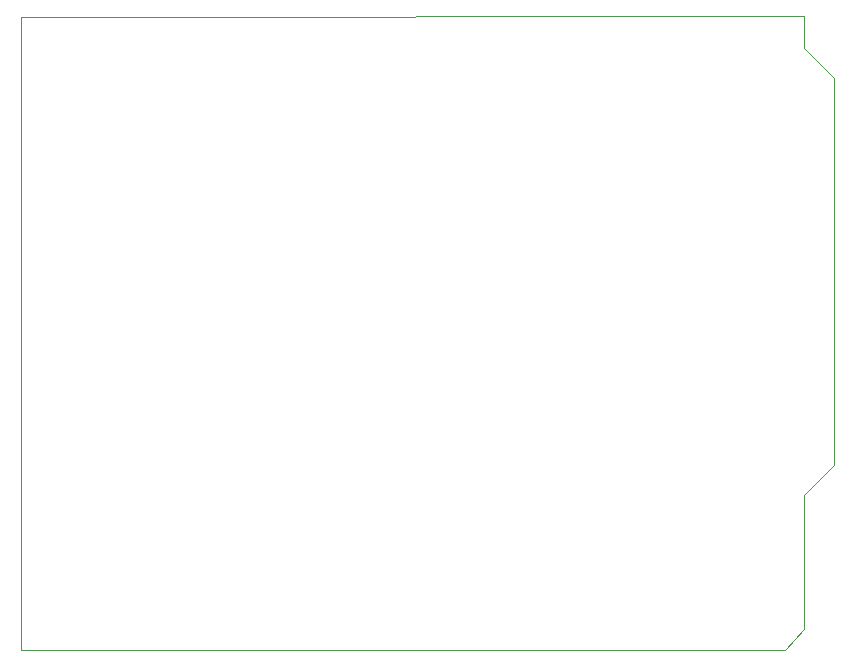
<source format=gbr>
%TF.GenerationSoftware,KiCad,Pcbnew,7.0.1*%
%TF.CreationDate,2023-08-15T23:23:37+02:00*%
%TF.ProjectId,Shielduinoboy,53686965-6c64-4756-996e-6f626f792e6b,rev?*%
%TF.SameCoordinates,Original*%
%TF.FileFunction,Profile,NP*%
%FSLAX46Y46*%
G04 Gerber Fmt 4.6, Leading zero omitted, Abs format (unit mm)*
G04 Created by KiCad (PCBNEW 7.0.1) date 2023-08-15 23:23:37*
%MOMM*%
%LPD*%
G01*
G04 APERTURE LIST*
%TA.AperFunction,Profile*%
%ADD10C,0.100000*%
%TD*%
G04 APERTURE END LIST*
D10*
X177952400Y-131622800D02*
X176301400Y-133324600D01*
X111633000Y-79730600D02*
X177952400Y-79705200D01*
X180492400Y-117678200D02*
X177927000Y-120243600D01*
X177927000Y-120243600D02*
X177952400Y-131622800D01*
X177952400Y-82397600D02*
X180492400Y-84912200D01*
X176301400Y-133324600D02*
X111633000Y-133324600D01*
X111633000Y-133324600D02*
X111633000Y-79730600D01*
X180492400Y-84912200D02*
X180492400Y-117678200D01*
X177952400Y-79705200D02*
X177952400Y-82397600D01*
M02*

</source>
